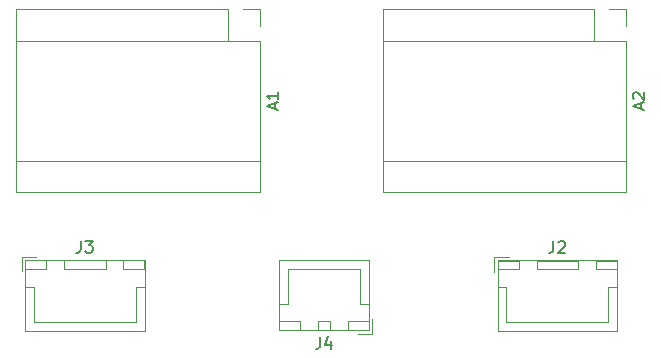
<source format=gto>
G04 #@! TF.GenerationSoftware,KiCad,Pcbnew,(6.0.4-0)*
G04 #@! TF.CreationDate,2022-04-11T19:30:25+03:00*
G04 #@! TF.ProjectId,rpi_motor_pcb,7270695f-6d6f-4746-9f72-5f7063622e6b,rev?*
G04 #@! TF.SameCoordinates,Original*
G04 #@! TF.FileFunction,Legend,Top*
G04 #@! TF.FilePolarity,Positive*
%FSLAX46Y46*%
G04 Gerber Fmt 4.6, Leading zero omitted, Abs format (unit mm)*
G04 Created by KiCad (PCBNEW (6.0.4-0)) date 2022-04-11 19:30:25*
%MOMM*%
%LPD*%
G01*
G04 APERTURE LIST*
%ADD10C,0.150000*%
%ADD11C,0.120000*%
G04 APERTURE END LIST*
D10*
G04 #@! TO.C,J3*
X40166666Y-56377380D02*
X40166666Y-57091666D01*
X40119047Y-57234523D01*
X40023809Y-57329761D01*
X39880952Y-57377380D01*
X39785714Y-57377380D01*
X40547619Y-56377380D02*
X41166666Y-56377380D01*
X40833333Y-56758333D01*
X40976190Y-56758333D01*
X41071428Y-56805952D01*
X41119047Y-56853571D01*
X41166666Y-56948809D01*
X41166666Y-57186904D01*
X41119047Y-57282142D01*
X41071428Y-57329761D01*
X40976190Y-57377380D01*
X40690476Y-57377380D01*
X40595238Y-57329761D01*
X40547619Y-57282142D01*
G04 #@! TO.C,J4*
X60416666Y-64502380D02*
X60416666Y-65216666D01*
X60369047Y-65359523D01*
X60273809Y-65454761D01*
X60130952Y-65502380D01*
X60035714Y-65502380D01*
X61321428Y-64835714D02*
X61321428Y-65502380D01*
X61083333Y-64454761D02*
X60845238Y-65169047D01*
X61464285Y-65169047D01*
G04 #@! TO.C,A2*
X87596666Y-45224285D02*
X87596666Y-44748095D01*
X87882380Y-45319523D02*
X86882380Y-44986190D01*
X87882380Y-44652857D01*
X86977619Y-44367142D02*
X86930000Y-44319523D01*
X86882380Y-44224285D01*
X86882380Y-43986190D01*
X86930000Y-43890952D01*
X86977619Y-43843333D01*
X87072857Y-43795714D01*
X87168095Y-43795714D01*
X87310952Y-43843333D01*
X87882380Y-44414761D01*
X87882380Y-43795714D01*
G04 #@! TO.C,A1*
X56596666Y-45224285D02*
X56596666Y-44748095D01*
X56882380Y-45319523D02*
X55882380Y-44986190D01*
X56882380Y-44652857D01*
X56882380Y-43795714D02*
X56882380Y-44367142D01*
X56882380Y-44081428D02*
X55882380Y-44081428D01*
X56025238Y-44176666D01*
X56120476Y-44271904D01*
X56168095Y-44367142D01*
G04 #@! TO.C,J2*
X80166666Y-56402380D02*
X80166666Y-57116666D01*
X80119047Y-57259523D01*
X80023809Y-57354761D01*
X79880952Y-57402380D01*
X79785714Y-57402380D01*
X80595238Y-56497619D02*
X80642857Y-56450000D01*
X80738095Y-56402380D01*
X80976190Y-56402380D01*
X81071428Y-56450000D01*
X81119047Y-56497619D01*
X81166666Y-56592857D01*
X81166666Y-56688095D01*
X81119047Y-56830952D01*
X80547619Y-57402380D01*
X81166666Y-57402380D01*
D11*
G04 #@! TO.C,J3*
X37250000Y-58775000D02*
X37250000Y-58025000D01*
X43750000Y-58025000D02*
X43750000Y-58775000D01*
X45560000Y-58015000D02*
X35440000Y-58015000D01*
X36200000Y-63225000D02*
X40500000Y-63225000D01*
X35450000Y-58775000D02*
X37250000Y-58775000D01*
X35450000Y-58025000D02*
X35450000Y-58775000D01*
X37250000Y-58025000D02*
X35450000Y-58025000D01*
X35440000Y-58015000D02*
X35440000Y-63985000D01*
X43750000Y-58775000D02*
X45550000Y-58775000D01*
X44800000Y-63225000D02*
X40500000Y-63225000D01*
X35450000Y-60275000D02*
X36200000Y-60275000D01*
X38750000Y-58775000D02*
X42250000Y-58775000D01*
X45550000Y-58775000D02*
X45550000Y-58025000D01*
X45550000Y-60275000D02*
X44800000Y-60275000D01*
X45560000Y-63985000D02*
X45560000Y-58015000D01*
X35440000Y-63985000D02*
X45560000Y-63985000D01*
X45550000Y-58025000D02*
X43750000Y-58025000D01*
X42250000Y-58775000D02*
X42250000Y-58025000D01*
X36200000Y-60275000D02*
X36200000Y-63225000D01*
X38750000Y-58025000D02*
X38750000Y-58775000D01*
X36400000Y-57725000D02*
X35150000Y-57725000D01*
X44800000Y-60275000D02*
X44800000Y-63225000D01*
X35150000Y-57725000D02*
X35150000Y-58975000D01*
X42250000Y-58025000D02*
X38750000Y-58025000D01*
G04 #@! TO.C,J4*
X56940000Y-63960000D02*
X64560000Y-63960000D01*
X61250000Y-63200000D02*
X60250000Y-63200000D01*
X62750000Y-63950000D02*
X64550000Y-63950000D01*
X56950000Y-63950000D02*
X58750000Y-63950000D01*
X56950000Y-63200000D02*
X56950000Y-63950000D01*
X60250000Y-63200000D02*
X60250000Y-63950000D01*
X64550000Y-63950000D02*
X64550000Y-63200000D01*
X61250000Y-63950000D02*
X61250000Y-63200000D01*
X64550000Y-63200000D02*
X62750000Y-63200000D01*
X63800000Y-61700000D02*
X63800000Y-58750000D01*
X58750000Y-63950000D02*
X58750000Y-63200000D01*
X63800000Y-58750000D02*
X60750000Y-58750000D01*
X56950000Y-61700000D02*
X57700000Y-61700000D01*
X62750000Y-63200000D02*
X62750000Y-63950000D01*
X63600000Y-64250000D02*
X64850000Y-64250000D01*
X64850000Y-64250000D02*
X64850000Y-63000000D01*
X57700000Y-58750000D02*
X60750000Y-58750000D01*
X57700000Y-61700000D02*
X57700000Y-58750000D01*
X56940000Y-57990000D02*
X56940000Y-63960000D01*
X64560000Y-63960000D02*
X64560000Y-57990000D01*
X64550000Y-61700000D02*
X63800000Y-61700000D01*
X60250000Y-63950000D02*
X61250000Y-63950000D01*
X64560000Y-57990000D02*
X56940000Y-57990000D01*
X58750000Y-63200000D02*
X56950000Y-63200000D01*
G04 #@! TO.C,A2*
X65710000Y-52260000D02*
X86290000Y-52260000D01*
X86290000Y-49590000D02*
X65710000Y-49590000D01*
X86290000Y-38160000D02*
X86290000Y-36760000D01*
X83620000Y-36760000D02*
X65710000Y-36760000D01*
X86290000Y-36760000D02*
X84890000Y-36760000D01*
X83620000Y-39430000D02*
X83620000Y-36760000D01*
X86290000Y-52260000D02*
X86290000Y-39430000D01*
X83620000Y-39430000D02*
X65710000Y-39430000D01*
X86290000Y-39430000D02*
X83620000Y-39430000D01*
X65710000Y-36760000D02*
X65710000Y-52260000D01*
G04 #@! TO.C,A1*
X52620000Y-39430000D02*
X34710000Y-39430000D01*
X34710000Y-52260000D02*
X55290000Y-52260000D01*
X52620000Y-36760000D02*
X34710000Y-36760000D01*
X52620000Y-39430000D02*
X52620000Y-36760000D01*
X34710000Y-36760000D02*
X34710000Y-52260000D01*
X55290000Y-36760000D02*
X53890000Y-36760000D01*
X55290000Y-39430000D02*
X52620000Y-39430000D01*
X55290000Y-52260000D02*
X55290000Y-39430000D01*
X55290000Y-49590000D02*
X34710000Y-49590000D01*
X55290000Y-38160000D02*
X55290000Y-36760000D01*
G04 #@! TO.C,J2*
X76400000Y-57750000D02*
X75150000Y-57750000D01*
X75450000Y-58050000D02*
X75450000Y-58800000D01*
X82250000Y-58800000D02*
X82250000Y-58050000D01*
X85560000Y-64010000D02*
X85560000Y-58040000D01*
X77250000Y-58050000D02*
X75450000Y-58050000D01*
X85550000Y-58800000D02*
X85550000Y-58050000D01*
X85550000Y-60300000D02*
X84800000Y-60300000D01*
X78750000Y-58050000D02*
X78750000Y-58800000D01*
X75440000Y-64010000D02*
X85560000Y-64010000D01*
X75440000Y-58040000D02*
X75440000Y-64010000D01*
X82250000Y-58050000D02*
X78750000Y-58050000D01*
X85550000Y-58050000D02*
X83750000Y-58050000D01*
X83750000Y-58050000D02*
X83750000Y-58800000D01*
X84800000Y-63250000D02*
X80500000Y-63250000D01*
X85560000Y-58040000D02*
X75440000Y-58040000D01*
X76200000Y-63250000D02*
X80500000Y-63250000D01*
X75450000Y-58800000D02*
X77250000Y-58800000D01*
X75150000Y-57750000D02*
X75150000Y-59000000D01*
X78750000Y-58800000D02*
X82250000Y-58800000D01*
X76200000Y-60300000D02*
X76200000Y-63250000D01*
X77250000Y-58800000D02*
X77250000Y-58050000D01*
X84800000Y-60300000D02*
X84800000Y-63250000D01*
X75450000Y-60300000D02*
X76200000Y-60300000D01*
X83750000Y-58800000D02*
X85550000Y-58800000D01*
G04 #@! TD*
M02*

</source>
